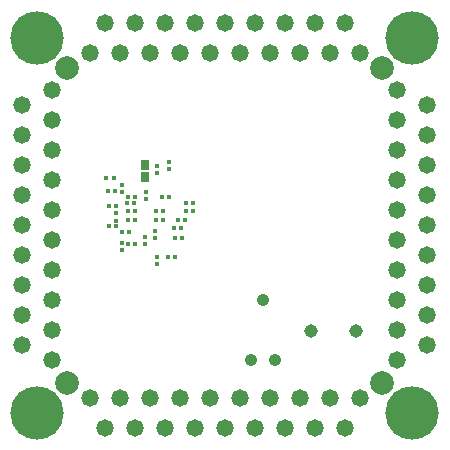
<source format=gbs>
G04*
G04 #@! TF.GenerationSoftware,Altium Limited,Altium Designer,23.0.1 (38)*
G04*
G04 Layer_Color=8150272*
%FSLAX25Y25*%
%MOIN*%
G70*
G04*
G04 #@! TF.SameCoordinates,E6578E61-D9FC-44F6-81D0-07C95BE9B69E*
G04*
G04*
G04 #@! TF.FilePolarity,Negative*
G04*
G01*
G75*
%ADD36R,0.01378X0.01772*%
%ADD44R,0.01772X0.01378*%
%ADD73C,0.07874*%
%ADD75R,0.02769X0.03359*%
%ADD76C,0.04500*%
%ADD77C,0.04200*%
%ADD78C,0.05800*%
%ADD79C,0.17800*%
D36*
X61800Y77200D02*
D03*
X59400D02*
D03*
X40049Y82012D02*
D03*
X42449D02*
D03*
X36200Y72116D02*
D03*
X33800D02*
D03*
X40100Y66200D02*
D03*
X42500D02*
D03*
X55824Y68193D02*
D03*
X58224D02*
D03*
X40500Y70100D02*
D03*
X38100D02*
D03*
X53560Y61992D02*
D03*
X55960D02*
D03*
X42100Y79900D02*
D03*
X39700D02*
D03*
X32989Y88173D02*
D03*
X35389D02*
D03*
X36100Y79000D02*
D03*
X33700D02*
D03*
X42500Y77100D02*
D03*
X40100D02*
D03*
X35941Y84000D02*
D03*
X33541D02*
D03*
X57988Y71500D02*
D03*
X55588D02*
D03*
X42500Y74100D02*
D03*
X40100D02*
D03*
X59188D02*
D03*
X56788D02*
D03*
X61800Y80000D02*
D03*
X59400D02*
D03*
X53800Y81900D02*
D03*
X51400D02*
D03*
X49500Y77200D02*
D03*
X51900D02*
D03*
X49400Y74100D02*
D03*
X51800D02*
D03*
D44*
X49957Y92318D02*
D03*
Y89918D02*
D03*
X53800Y91206D02*
D03*
Y93606D02*
D03*
X36108Y76400D02*
D03*
Y74000D02*
D03*
X49248Y70476D02*
D03*
Y68076D02*
D03*
X46000Y68526D02*
D03*
Y66126D02*
D03*
X50000Y59400D02*
D03*
Y61800D02*
D03*
X38100Y66500D02*
D03*
Y64100D02*
D03*
X46100Y81200D02*
D03*
Y83600D02*
D03*
X38099Y83571D02*
D03*
Y85971D02*
D03*
D73*
X20000Y20000D02*
D03*
X125000D02*
D03*
Y125000D02*
D03*
X20000D02*
D03*
D75*
X46000Y88665D02*
D03*
Y92405D02*
D03*
D76*
X116167Y37042D02*
D03*
X101167D02*
D03*
D77*
X85100Y47415D02*
D03*
X89100Y27415D02*
D03*
X81100D02*
D03*
D78*
X117500Y130000D02*
D03*
X15000Y117500D02*
D03*
X5000Y112500D02*
D03*
X15000Y107500D02*
D03*
X5000Y102500D02*
D03*
X15000Y97500D02*
D03*
X5000Y92500D02*
D03*
X15000Y87500D02*
D03*
X5000Y82500D02*
D03*
X15000Y77500D02*
D03*
X5000Y72500D02*
D03*
X15000Y67500D02*
D03*
X5000Y62500D02*
D03*
X15000Y57500D02*
D03*
X5000Y52500D02*
D03*
X15000Y47500D02*
D03*
X5000Y42500D02*
D03*
X15000Y37500D02*
D03*
X5000Y32500D02*
D03*
X15000Y27500D02*
D03*
X27500Y15000D02*
D03*
X32500Y5000D02*
D03*
X37500Y15000D02*
D03*
X42500Y5000D02*
D03*
X47500Y15000D02*
D03*
X52500Y5000D02*
D03*
X57500Y15000D02*
D03*
X62500Y5000D02*
D03*
X67500Y15000D02*
D03*
X72500Y5000D02*
D03*
X77500Y15000D02*
D03*
X82500Y5000D02*
D03*
X87500Y15000D02*
D03*
X92500Y5000D02*
D03*
X97500Y15000D02*
D03*
X102500Y5000D02*
D03*
X107500Y15000D02*
D03*
X112500Y5000D02*
D03*
X117500Y15000D02*
D03*
X130000Y27500D02*
D03*
X140000Y32500D02*
D03*
X130000Y37500D02*
D03*
X140000Y42500D02*
D03*
X130000Y47500D02*
D03*
X140000Y52500D02*
D03*
X130000Y57500D02*
D03*
X140000Y62500D02*
D03*
X130000Y67500D02*
D03*
X140000Y72500D02*
D03*
X130000Y77500D02*
D03*
X140000Y82500D02*
D03*
X130000Y87500D02*
D03*
X140000Y92500D02*
D03*
X130000Y97500D02*
D03*
X140000Y102500D02*
D03*
X130000Y107500D02*
D03*
X140000Y112500D02*
D03*
X130000Y117500D02*
D03*
X112500Y140000D02*
D03*
X107500Y130000D02*
D03*
X102500Y140000D02*
D03*
X97500Y130000D02*
D03*
X92500Y140000D02*
D03*
X87500Y130000D02*
D03*
X82500Y140000D02*
D03*
X77500Y130000D02*
D03*
X72500Y140000D02*
D03*
X67500Y130000D02*
D03*
X62500Y140000D02*
D03*
X57500Y130000D02*
D03*
X52500Y140000D02*
D03*
X47500Y130000D02*
D03*
X42500Y140000D02*
D03*
X37500Y130000D02*
D03*
X32500Y140000D02*
D03*
X27500Y130000D02*
D03*
D79*
X10000Y135000D02*
D03*
X135000D02*
D03*
Y10000D02*
D03*
X10000D02*
D03*
M02*

</source>
